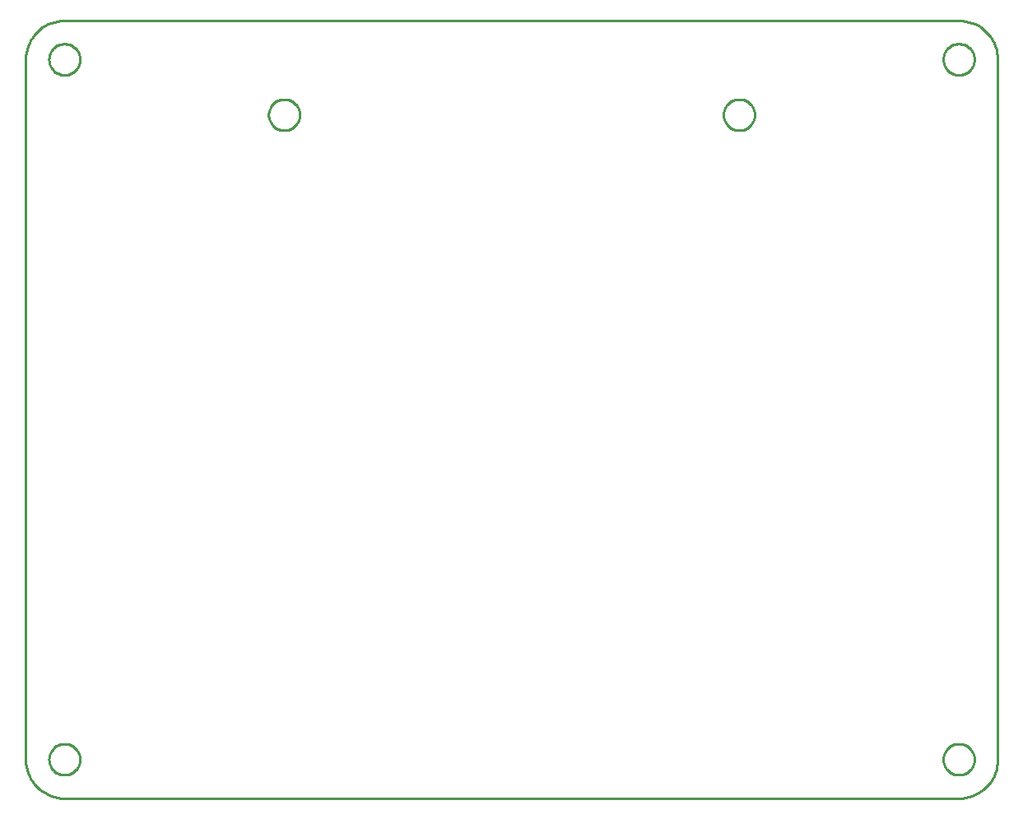
<source format=gbr>
G04 EAGLE Gerber RS-274X export*
G75*
%MOMM*%
%FSLAX34Y34*%
%LPD*%
%IN*%
%IPPOS*%
%AMOC8*
5,1,8,0,0,1.08239X$1,22.5*%
G01*
%ADD10C,0.254000*%


D10*
X0Y40000D02*
X152Y36514D01*
X608Y33054D01*
X1363Y29647D01*
X2412Y26319D01*
X3748Y23095D01*
X5359Y20000D01*
X7234Y17057D01*
X9358Y14289D01*
X11716Y11716D01*
X14289Y9358D01*
X17057Y7234D01*
X20000Y5359D01*
X23095Y3748D01*
X26319Y2412D01*
X29647Y1363D01*
X33054Y608D01*
X36514Y152D01*
X40000Y0D01*
X960000Y0D01*
X963486Y152D01*
X966946Y608D01*
X970353Y1363D01*
X973681Y2412D01*
X976905Y3748D01*
X980000Y5359D01*
X982943Y7234D01*
X985712Y9358D01*
X988284Y11716D01*
X990642Y14289D01*
X992766Y17057D01*
X994641Y20000D01*
X996252Y23095D01*
X997588Y26319D01*
X998637Y29647D01*
X999392Y33054D01*
X999848Y36514D01*
X1000000Y40000D01*
X1000000Y760000D01*
X999848Y763486D01*
X999392Y766946D01*
X998637Y770353D01*
X997588Y773681D01*
X996252Y776905D01*
X994641Y780000D01*
X992766Y782943D01*
X990642Y785712D01*
X988284Y788284D01*
X985712Y790642D01*
X982943Y792766D01*
X980000Y794641D01*
X976905Y796252D01*
X973681Y797588D01*
X970353Y798637D01*
X966946Y799392D01*
X963486Y799848D01*
X960000Y800000D01*
X40000Y800000D01*
X36514Y799848D01*
X33054Y799392D01*
X29647Y798637D01*
X26319Y797588D01*
X23095Y796252D01*
X20000Y794641D01*
X17057Y792766D01*
X14289Y790642D01*
X11716Y788284D01*
X9358Y785712D01*
X7234Y782943D01*
X5359Y780000D01*
X3748Y776905D01*
X2412Y773681D01*
X1363Y770353D01*
X608Y766946D01*
X152Y763486D01*
X0Y760000D01*
X0Y40000D01*
X250000Y703524D02*
X250069Y704569D01*
X250205Y705608D01*
X250410Y706635D01*
X250681Y707647D01*
X251017Y708639D01*
X251418Y709607D01*
X251882Y710546D01*
X252406Y711454D01*
X252988Y712325D01*
X253625Y713156D01*
X254316Y713943D01*
X255057Y714684D01*
X255844Y715375D01*
X256675Y716013D01*
X257546Y716595D01*
X258454Y717118D01*
X259393Y717582D01*
X260361Y717983D01*
X261353Y718319D01*
X262365Y718590D01*
X263392Y718795D01*
X264431Y718932D01*
X265476Y719000D01*
X266524Y719000D01*
X267569Y718932D01*
X268608Y718795D01*
X269635Y718590D01*
X270647Y718319D01*
X271639Y717983D01*
X272607Y717582D01*
X273546Y717118D01*
X274454Y716595D01*
X275325Y716013D01*
X276156Y715375D01*
X276943Y714684D01*
X277684Y713943D01*
X278375Y713156D01*
X279013Y712325D01*
X279595Y711454D01*
X280118Y710546D01*
X280582Y709607D01*
X280983Y708639D01*
X281319Y707647D01*
X281590Y706635D01*
X281795Y705608D01*
X281932Y704569D01*
X282000Y703524D01*
X282000Y702476D01*
X281932Y701431D01*
X281795Y700392D01*
X281590Y699365D01*
X281319Y698353D01*
X280983Y697361D01*
X280582Y696393D01*
X280118Y695454D01*
X279595Y694546D01*
X279013Y693675D01*
X278375Y692844D01*
X277684Y692057D01*
X276943Y691316D01*
X276156Y690625D01*
X275325Y689988D01*
X274454Y689406D01*
X273546Y688882D01*
X272607Y688418D01*
X271639Y688017D01*
X270647Y687681D01*
X269635Y687410D01*
X268608Y687205D01*
X267569Y687069D01*
X266524Y687000D01*
X265476Y687000D01*
X264431Y687069D01*
X263392Y687205D01*
X262365Y687410D01*
X261353Y687681D01*
X260361Y688017D01*
X259393Y688418D01*
X258454Y688882D01*
X257546Y689406D01*
X256675Y689988D01*
X255844Y690625D01*
X255057Y691316D01*
X254316Y692057D01*
X253625Y692844D01*
X252988Y693675D01*
X252406Y694546D01*
X251882Y695454D01*
X251418Y696393D01*
X251017Y697361D01*
X250681Y698353D01*
X250410Y699365D01*
X250205Y700392D01*
X250069Y701431D01*
X250000Y702476D01*
X250000Y703524D01*
X718000Y703524D02*
X718069Y704569D01*
X718205Y705608D01*
X718410Y706635D01*
X718681Y707647D01*
X719017Y708639D01*
X719418Y709607D01*
X719882Y710546D01*
X720406Y711454D01*
X720988Y712325D01*
X721625Y713156D01*
X722316Y713943D01*
X723057Y714684D01*
X723844Y715375D01*
X724675Y716013D01*
X725546Y716595D01*
X726454Y717118D01*
X727393Y717582D01*
X728361Y717983D01*
X729353Y718319D01*
X730365Y718590D01*
X731392Y718795D01*
X732431Y718932D01*
X733476Y719000D01*
X734524Y719000D01*
X735569Y718932D01*
X736608Y718795D01*
X737635Y718590D01*
X738647Y718319D01*
X739639Y717983D01*
X740607Y717582D01*
X741546Y717118D01*
X742454Y716595D01*
X743325Y716013D01*
X744156Y715375D01*
X744943Y714684D01*
X745684Y713943D01*
X746375Y713156D01*
X747013Y712325D01*
X747595Y711454D01*
X748118Y710546D01*
X748582Y709607D01*
X748983Y708639D01*
X749319Y707647D01*
X749590Y706635D01*
X749795Y705608D01*
X749932Y704569D01*
X750000Y703524D01*
X750000Y702476D01*
X749932Y701431D01*
X749795Y700392D01*
X749590Y699365D01*
X749319Y698353D01*
X748983Y697361D01*
X748582Y696393D01*
X748118Y695454D01*
X747595Y694546D01*
X747013Y693675D01*
X746375Y692844D01*
X745684Y692057D01*
X744943Y691316D01*
X744156Y690625D01*
X743325Y689988D01*
X742454Y689406D01*
X741546Y688882D01*
X740607Y688418D01*
X739639Y688017D01*
X738647Y687681D01*
X737635Y687410D01*
X736608Y687205D01*
X735569Y687069D01*
X734524Y687000D01*
X733476Y687000D01*
X732431Y687069D01*
X731392Y687205D01*
X730365Y687410D01*
X729353Y687681D01*
X728361Y688017D01*
X727393Y688418D01*
X726454Y688882D01*
X725546Y689406D01*
X724675Y689988D01*
X723844Y690625D01*
X723057Y691316D01*
X722316Y692057D01*
X721625Y692844D01*
X720988Y693675D01*
X720406Y694546D01*
X719882Y695454D01*
X719418Y696393D01*
X719017Y697361D01*
X718681Y698353D01*
X718410Y699365D01*
X718205Y700392D01*
X718069Y701431D01*
X718000Y702476D01*
X718000Y703524D01*
X56000Y39476D02*
X55932Y38431D01*
X55795Y37392D01*
X55590Y36365D01*
X55319Y35353D01*
X54983Y34361D01*
X54582Y33393D01*
X54118Y32454D01*
X53595Y31546D01*
X53013Y30675D01*
X52375Y29844D01*
X51684Y29057D01*
X50943Y28316D01*
X50156Y27625D01*
X49325Y26988D01*
X48454Y26406D01*
X47546Y25882D01*
X46607Y25418D01*
X45639Y25017D01*
X44647Y24681D01*
X43635Y24410D01*
X42608Y24205D01*
X41569Y24069D01*
X40524Y24000D01*
X39476Y24000D01*
X38431Y24069D01*
X37392Y24205D01*
X36365Y24410D01*
X35353Y24681D01*
X34361Y25017D01*
X33393Y25418D01*
X32454Y25882D01*
X31546Y26406D01*
X30675Y26988D01*
X29844Y27625D01*
X29057Y28316D01*
X28316Y29057D01*
X27625Y29844D01*
X26988Y30675D01*
X26406Y31546D01*
X25882Y32454D01*
X25418Y33393D01*
X25017Y34361D01*
X24681Y35353D01*
X24410Y36365D01*
X24205Y37392D01*
X24069Y38431D01*
X24000Y39476D01*
X24000Y40524D01*
X24069Y41569D01*
X24205Y42608D01*
X24410Y43635D01*
X24681Y44647D01*
X25017Y45639D01*
X25418Y46607D01*
X25882Y47546D01*
X26406Y48454D01*
X26988Y49325D01*
X27625Y50156D01*
X28316Y50943D01*
X29057Y51684D01*
X29844Y52375D01*
X30675Y53013D01*
X31546Y53595D01*
X32454Y54118D01*
X33393Y54582D01*
X34361Y54983D01*
X35353Y55319D01*
X36365Y55590D01*
X37392Y55795D01*
X38431Y55932D01*
X39476Y56000D01*
X40524Y56000D01*
X41569Y55932D01*
X42608Y55795D01*
X43635Y55590D01*
X44647Y55319D01*
X45639Y54983D01*
X46607Y54582D01*
X47546Y54118D01*
X48454Y53595D01*
X49325Y53013D01*
X50156Y52375D01*
X50943Y51684D01*
X51684Y50943D01*
X52375Y50156D01*
X53013Y49325D01*
X53595Y48454D01*
X54118Y47546D01*
X54582Y46607D01*
X54983Y45639D01*
X55319Y44647D01*
X55590Y43635D01*
X55795Y42608D01*
X55932Y41569D01*
X56000Y40524D01*
X56000Y39476D01*
X976000Y39476D02*
X975932Y38431D01*
X975795Y37392D01*
X975590Y36365D01*
X975319Y35353D01*
X974983Y34361D01*
X974582Y33393D01*
X974118Y32454D01*
X973595Y31546D01*
X973013Y30675D01*
X972375Y29844D01*
X971684Y29057D01*
X970943Y28316D01*
X970156Y27625D01*
X969325Y26988D01*
X968454Y26406D01*
X967546Y25882D01*
X966607Y25418D01*
X965639Y25017D01*
X964647Y24681D01*
X963635Y24410D01*
X962608Y24205D01*
X961569Y24069D01*
X960524Y24000D01*
X959476Y24000D01*
X958431Y24069D01*
X957392Y24205D01*
X956365Y24410D01*
X955353Y24681D01*
X954361Y25017D01*
X953393Y25418D01*
X952454Y25882D01*
X951546Y26406D01*
X950675Y26988D01*
X949844Y27625D01*
X949057Y28316D01*
X948316Y29057D01*
X947625Y29844D01*
X946988Y30675D01*
X946406Y31546D01*
X945882Y32454D01*
X945418Y33393D01*
X945017Y34361D01*
X944681Y35353D01*
X944410Y36365D01*
X944205Y37392D01*
X944069Y38431D01*
X944000Y39476D01*
X944000Y40524D01*
X944069Y41569D01*
X944205Y42608D01*
X944410Y43635D01*
X944681Y44647D01*
X945017Y45639D01*
X945418Y46607D01*
X945882Y47546D01*
X946406Y48454D01*
X946988Y49325D01*
X947625Y50156D01*
X948316Y50943D01*
X949057Y51684D01*
X949844Y52375D01*
X950675Y53013D01*
X951546Y53595D01*
X952454Y54118D01*
X953393Y54582D01*
X954361Y54983D01*
X955353Y55319D01*
X956365Y55590D01*
X957392Y55795D01*
X958431Y55932D01*
X959476Y56000D01*
X960524Y56000D01*
X961569Y55932D01*
X962608Y55795D01*
X963635Y55590D01*
X964647Y55319D01*
X965639Y54983D01*
X966607Y54582D01*
X967546Y54118D01*
X968454Y53595D01*
X969325Y53013D01*
X970156Y52375D01*
X970943Y51684D01*
X971684Y50943D01*
X972375Y50156D01*
X973013Y49325D01*
X973595Y48454D01*
X974118Y47546D01*
X974582Y46607D01*
X974983Y45639D01*
X975319Y44647D01*
X975590Y43635D01*
X975795Y42608D01*
X975932Y41569D01*
X976000Y40524D01*
X976000Y39476D01*
X976000Y759476D02*
X975932Y758431D01*
X975795Y757392D01*
X975590Y756365D01*
X975319Y755353D01*
X974983Y754361D01*
X974582Y753393D01*
X974118Y752454D01*
X973595Y751546D01*
X973013Y750675D01*
X972375Y749844D01*
X971684Y749057D01*
X970943Y748316D01*
X970156Y747625D01*
X969325Y746988D01*
X968454Y746406D01*
X967546Y745882D01*
X966607Y745418D01*
X965639Y745017D01*
X964647Y744681D01*
X963635Y744410D01*
X962608Y744205D01*
X961569Y744069D01*
X960524Y744000D01*
X959476Y744000D01*
X958431Y744069D01*
X957392Y744205D01*
X956365Y744410D01*
X955353Y744681D01*
X954361Y745017D01*
X953393Y745418D01*
X952454Y745882D01*
X951546Y746406D01*
X950675Y746988D01*
X949844Y747625D01*
X949057Y748316D01*
X948316Y749057D01*
X947625Y749844D01*
X946988Y750675D01*
X946406Y751546D01*
X945882Y752454D01*
X945418Y753393D01*
X945017Y754361D01*
X944681Y755353D01*
X944410Y756365D01*
X944205Y757392D01*
X944069Y758431D01*
X944000Y759476D01*
X944000Y760524D01*
X944069Y761569D01*
X944205Y762608D01*
X944410Y763635D01*
X944681Y764647D01*
X945017Y765639D01*
X945418Y766607D01*
X945882Y767546D01*
X946406Y768454D01*
X946988Y769325D01*
X947625Y770156D01*
X948316Y770943D01*
X949057Y771684D01*
X949844Y772375D01*
X950675Y773013D01*
X951546Y773595D01*
X952454Y774118D01*
X953393Y774582D01*
X954361Y774983D01*
X955353Y775319D01*
X956365Y775590D01*
X957392Y775795D01*
X958431Y775932D01*
X959476Y776000D01*
X960524Y776000D01*
X961569Y775932D01*
X962608Y775795D01*
X963635Y775590D01*
X964647Y775319D01*
X965639Y774983D01*
X966607Y774582D01*
X967546Y774118D01*
X968454Y773595D01*
X969325Y773013D01*
X970156Y772375D01*
X970943Y771684D01*
X971684Y770943D01*
X972375Y770156D01*
X973013Y769325D01*
X973595Y768454D01*
X974118Y767546D01*
X974582Y766607D01*
X974983Y765639D01*
X975319Y764647D01*
X975590Y763635D01*
X975795Y762608D01*
X975932Y761569D01*
X976000Y760524D01*
X976000Y759476D01*
X56000Y759476D02*
X55932Y758431D01*
X55795Y757392D01*
X55590Y756365D01*
X55319Y755353D01*
X54983Y754361D01*
X54582Y753393D01*
X54118Y752454D01*
X53595Y751546D01*
X53013Y750675D01*
X52375Y749844D01*
X51684Y749057D01*
X50943Y748316D01*
X50156Y747625D01*
X49325Y746988D01*
X48454Y746406D01*
X47546Y745882D01*
X46607Y745418D01*
X45639Y745017D01*
X44647Y744681D01*
X43635Y744410D01*
X42608Y744205D01*
X41569Y744069D01*
X40524Y744000D01*
X39476Y744000D01*
X38431Y744069D01*
X37392Y744205D01*
X36365Y744410D01*
X35353Y744681D01*
X34361Y745017D01*
X33393Y745418D01*
X32454Y745882D01*
X31546Y746406D01*
X30675Y746988D01*
X29844Y747625D01*
X29057Y748316D01*
X28316Y749057D01*
X27625Y749844D01*
X26988Y750675D01*
X26406Y751546D01*
X25882Y752454D01*
X25418Y753393D01*
X25017Y754361D01*
X24681Y755353D01*
X24410Y756365D01*
X24205Y757392D01*
X24069Y758431D01*
X24000Y759476D01*
X24000Y760524D01*
X24069Y761569D01*
X24205Y762608D01*
X24410Y763635D01*
X24681Y764647D01*
X25017Y765639D01*
X25418Y766607D01*
X25882Y767546D01*
X26406Y768454D01*
X26988Y769325D01*
X27625Y770156D01*
X28316Y770943D01*
X29057Y771684D01*
X29844Y772375D01*
X30675Y773013D01*
X31546Y773595D01*
X32454Y774118D01*
X33393Y774582D01*
X34361Y774983D01*
X35353Y775319D01*
X36365Y775590D01*
X37392Y775795D01*
X38431Y775932D01*
X39476Y776000D01*
X40524Y776000D01*
X41569Y775932D01*
X42608Y775795D01*
X43635Y775590D01*
X44647Y775319D01*
X45639Y774983D01*
X46607Y774582D01*
X47546Y774118D01*
X48454Y773595D01*
X49325Y773013D01*
X50156Y772375D01*
X50943Y771684D01*
X51684Y770943D01*
X52375Y770156D01*
X53013Y769325D01*
X53595Y768454D01*
X54118Y767546D01*
X54582Y766607D01*
X54983Y765639D01*
X55319Y764647D01*
X55590Y763635D01*
X55795Y762608D01*
X55932Y761569D01*
X56000Y760524D01*
X56000Y759476D01*
M02*

</source>
